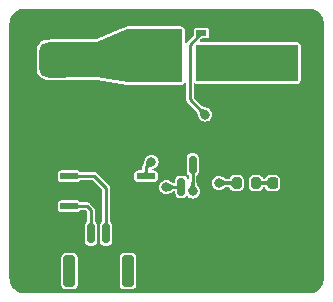
<source format=gbr>
%TF.GenerationSoftware,KiCad,Pcbnew,(6.0.1)*%
%TF.CreationDate,2023-01-05T10:23:13+08:00*%
%TF.ProjectId,Solenoid valve,536f6c65-6e6f-4696-9420-76616c76652e,rev?*%
%TF.SameCoordinates,Original*%
%TF.FileFunction,Copper,L1,Top*%
%TF.FilePolarity,Positive*%
%FSLAX46Y46*%
G04 Gerber Fmt 4.6, Leading zero omitted, Abs format (unit mm)*
G04 Created by KiCad (PCBNEW (6.0.1)) date 2023-01-05 10:23:13*
%MOMM*%
%LPD*%
G01*
G04 APERTURE LIST*
G04 Aperture macros list*
%AMRoundRect*
0 Rectangle with rounded corners*
0 $1 Rounding radius*
0 $2 $3 $4 $5 $6 $7 $8 $9 X,Y pos of 4 corners*
0 Add a 4 corners polygon primitive as box body*
4,1,4,$2,$3,$4,$5,$6,$7,$8,$9,$2,$3,0*
0 Add four circle primitives for the rounded corners*
1,1,$1+$1,$2,$3*
1,1,$1+$1,$4,$5*
1,1,$1+$1,$6,$7*
1,1,$1+$1,$8,$9*
0 Add four rect primitives between the rounded corners*
20,1,$1+$1,$2,$3,$4,$5,0*
20,1,$1+$1,$4,$5,$6,$7,0*
20,1,$1+$1,$6,$7,$8,$9,0*
20,1,$1+$1,$8,$9,$2,$3,0*%
G04 Aperture macros list end*
%TA.AperFunction,SMDPad,CuDef*%
%ADD10RoundRect,0.137500X-0.662500X-0.137500X0.662500X-0.137500X0.662500X0.137500X-0.662500X0.137500X0*%
%TD*%
%TA.AperFunction,SMDPad,CuDef*%
%ADD11RoundRect,0.150000X0.150000X-0.587500X0.150000X0.587500X-0.150000X0.587500X-0.150000X-0.587500X0*%
%TD*%
%TA.AperFunction,ComponentPad*%
%ADD12R,3.000000X3.000000*%
%TD*%
%TA.AperFunction,ComponentPad*%
%ADD13C,3.000000*%
%TD*%
%TA.AperFunction,SMDPad,CuDef*%
%ADD14R,0.850000X0.500000*%
%TD*%
%TA.AperFunction,SMDPad,CuDef*%
%ADD15R,4.550000X4.410000*%
%TD*%
%TA.AperFunction,SMDPad,CuDef*%
%ADD16RoundRect,0.200000X0.200000X0.275000X-0.200000X0.275000X-0.200000X-0.275000X0.200000X-0.275000X0*%
%TD*%
%TA.AperFunction,SMDPad,CuDef*%
%ADD17RoundRect,0.218750X0.218750X0.256250X-0.218750X0.256250X-0.218750X-0.256250X0.218750X-0.256250X0*%
%TD*%
%TA.AperFunction,ComponentPad*%
%ADD18RoundRect,0.750000X0.750000X-0.750000X0.750000X0.750000X-0.750000X0.750000X-0.750000X-0.750000X0*%
%TD*%
%TA.AperFunction,SMDPad,CuDef*%
%ADD19RoundRect,0.150000X-0.150000X-0.700000X0.150000X-0.700000X0.150000X0.700000X-0.150000X0.700000X0*%
%TD*%
%TA.AperFunction,SMDPad,CuDef*%
%ADD20RoundRect,0.250000X-0.250000X-1.100000X0.250000X-1.100000X0.250000X1.100000X-0.250000X1.100000X0*%
%TD*%
%TA.AperFunction,ViaPad*%
%ADD21C,0.800000*%
%TD*%
%TA.AperFunction,Conductor*%
%ADD22C,0.250000*%
%TD*%
G04 APERTURE END LIST*
D10*
%TO.P,U1,1*%
%TO.N,Net-(J1-Pad2)*%
X5271000Y10127000D03*
%TO.P,U1,2*%
%TO.N,Net-(J1-Pad1)*%
X5271000Y7587000D03*
%TO.P,U1,3*%
%TO.N,GND*%
X11771000Y7587000D03*
%TO.P,U1,4*%
%TO.N,Net-(R1-Pad1)*%
X11771000Y10127000D03*
%TD*%
D11*
%TO.P,Q1,1,Base*%
%TO.N,Net-(C1-Pad2)*%
X14761000Y9229500D03*
%TO.P,Q1,2,Emitter*%
%TO.N,GND*%
X16661000Y9229500D03*
%TO.P,Q1,3,Collector*%
%TO.N,Net-(Q1-Pad3)*%
X15711000Y11104500D03*
%TD*%
D12*
%TO.P,J2,1,Pin_1*%
%TO.N,Net-(J2-Pad1)*%
X23111000Y19707000D03*
D13*
%TO.P,J2,2,Pin_2*%
%TO.N,GND*%
X23111000Y14707000D03*
%TD*%
D14*
%TO.P,Q2,1,S*%
%TO.N,Net-(J2-Pad1)*%
X16451000Y18432000D03*
%TO.P,Q2,2,S*%
X16451000Y19702000D03*
%TO.P,Q2,3,S*%
X16451000Y20972000D03*
%TO.P,Q2,4,G*%
%TO.N,Net-(Q2-Pad4)*%
X16451000Y22242000D03*
D15*
%TO.P,Q2,5,D*%
%TO.N,+24V*%
X12501000Y20337000D03*
%TD*%
D16*
%TO.P,R11,1*%
%TO.N,Net-(D1-Pad2)*%
X21081000Y9547000D03*
%TO.P,R11,2*%
%TO.N,Net-(J2-Pad1)*%
X19431000Y9547000D03*
%TD*%
D17*
%TO.P,D1,1,K*%
%TO.N,GND*%
X24063500Y9547000D03*
%TO.P,D1,2,A*%
%TO.N,Net-(D1-Pad2)*%
X22488500Y9547000D03*
%TD*%
D18*
%TO.P,J3,1,Pin_1*%
%TO.N,+24V*%
X4211000Y19977000D03*
D13*
%TO.P,J3,2,Pin_2*%
%TO.N,GND*%
X4211000Y14977000D03*
%TD*%
D19*
%TO.P,J1,1,Pin_1*%
%TO.N,Net-(J1-Pad1)*%
X7126000Y5287000D03*
%TO.P,J1,2,Pin_2*%
%TO.N,Net-(J1-Pad2)*%
X8376000Y5287000D03*
D20*
%TO.P,J1,MP*%
%TO.N,N/C*%
X5276000Y2087000D03*
X10226000Y2087000D03*
%TD*%
D21*
%TO.N,Net-(J2-Pad1)*%
X20611000Y20357000D03*
X17611000Y19357000D03*
X17921000Y9547000D03*
X19111000Y20357000D03*
X20611000Y19357000D03*
X17611000Y20357000D03*
X19111000Y19357000D03*
%TO.N,+24V*%
X9611000Y19357000D03*
X12111000Y19857000D03*
X8111000Y19357000D03*
X14111000Y20857000D03*
X11111000Y19857000D03*
X11111000Y18857000D03*
X13111000Y20857000D03*
X14111000Y18857000D03*
X14111000Y21857000D03*
X13111000Y21857000D03*
X12111000Y21857000D03*
X13111000Y19857000D03*
X12111000Y18857000D03*
X8111000Y20357000D03*
X11111000Y20857000D03*
X6611000Y19357000D03*
X9611000Y20357000D03*
X13111000Y18857000D03*
X6611000Y20357000D03*
X11111000Y21857000D03*
X14111000Y19857000D03*
X12111000Y20857000D03*
%TO.N,Net-(R1-Pad1)*%
X12223366Y11339666D03*
%TO.N,GND*%
X21111000Y6357000D03*
X23611000Y4857000D03*
X22611000Y6357000D03*
X10011000Y6107000D03*
X22111000Y4857000D03*
%TO.N,Net-(C1-Pad2)*%
X13481000Y9187000D03*
%TO.N,Net-(Q1-Pad3)*%
X15711021Y8822980D03*
%TO.N,Net-(Q2-Pad4)*%
X16771000Y15337000D03*
%TD*%
D22*
%TO.N,Net-(J2-Pad1)*%
X17921000Y9547000D02*
X19431000Y9547000D01*
%TO.N,Net-(R1-Pad1)*%
X11771000Y10127000D02*
X11771000Y10887300D01*
X11771000Y10887300D02*
X12223366Y11339666D01*
%TO.N,Net-(J1-Pad1)*%
X6761000Y7587000D02*
X5271000Y7587000D01*
X7126000Y5287000D02*
X7126000Y7222000D01*
X7126000Y7222000D02*
X6761000Y7587000D01*
%TO.N,Net-(J1-Pad2)*%
X8376000Y5287000D02*
X8376000Y9152000D01*
X8376000Y9152000D02*
X7401000Y10127000D01*
X7401000Y10127000D02*
X5271000Y10127000D01*
%TO.N,Net-(C1-Pad2)*%
X13481000Y9187000D02*
X14718500Y9187000D01*
%TO.N,Net-(D1-Pad2)*%
X21081000Y9547000D02*
X22488500Y9547000D01*
%TO.N,Net-(Q1-Pad3)*%
X15711021Y11104479D02*
X15711000Y11104500D01*
X15711021Y8822980D02*
X15711021Y11104479D01*
%TO.N,Net-(Q2-Pad4)*%
X16451000Y22242000D02*
X15471000Y21262000D01*
X15471000Y16637000D02*
X16771000Y15337000D01*
X16396978Y22242000D02*
X16451000Y22242000D01*
X15471000Y21262000D02*
X15471000Y16637000D01*
%TD*%
%TA.AperFunction,Conductor*%
%TO.N,Net-(J2-Pad1)*%
G36*
X18102808Y9903119D02*
G01*
X18157828Y9874473D01*
X18165005Y9870737D01*
X18165534Y9870444D01*
X18224938Y9835504D01*
X18225214Y9835334D01*
X18277809Y9802119D01*
X18277811Y9802116D01*
X18277812Y9802117D01*
X18326640Y9771262D01*
X18374647Y9743477D01*
X18374849Y9743380D01*
X18374855Y9743377D01*
X18405233Y9728818D01*
X18424935Y9719375D01*
X18480610Y9699565D01*
X18480931Y9699491D01*
X18480929Y9699491D01*
X18544475Y9684729D01*
X18544478Y9684729D01*
X18544777Y9684659D01*
X18545086Y9684621D01*
X18545090Y9684620D01*
X18589113Y9679163D01*
X18620538Y9675267D01*
X18672290Y9673398D01*
X18675778Y9673272D01*
X18675779Y9673272D01*
X18711000Y9672000D01*
X18711000Y9422000D01*
X18620538Y9418734D01*
X18589113Y9414838D01*
X18545090Y9409381D01*
X18545086Y9409380D01*
X18544777Y9409342D01*
X18544478Y9409272D01*
X18544475Y9409272D01*
X18506442Y9400437D01*
X18480610Y9394436D01*
X18424935Y9374626D01*
X18424660Y9374494D01*
X18374855Y9350624D01*
X18374849Y9350621D01*
X18374647Y9350524D01*
X18326640Y9322739D01*
X18277812Y9291884D01*
X18225214Y9258667D01*
X18224938Y9258497D01*
X18174260Y9228689D01*
X18165534Y9223557D01*
X18165005Y9223264D01*
X18102809Y9190881D01*
X18093889Y9190100D01*
X18089298Y9192825D01*
X17729769Y9538567D01*
X17726181Y9546771D01*
X17729769Y9555433D01*
X18089297Y9901174D01*
X18097636Y9904439D01*
X18102808Y9903119D01*
G37*
%TD.AperFunction*%
%TD*%
%TA.AperFunction,Conductor*%
%TO.N,Net-(J2-Pad1)*%
G36*
X19262703Y9901174D02*
G01*
X19622231Y9555433D01*
X19625819Y9547229D01*
X19622231Y9538567D01*
X19262703Y9192826D01*
X19254365Y9189561D01*
X19249191Y9190881D01*
X19186994Y9223264D01*
X19186465Y9223557D01*
X19177739Y9228689D01*
X19127061Y9258497D01*
X19126785Y9258667D01*
X19074190Y9291882D01*
X19074188Y9291885D01*
X19074187Y9291884D01*
X19025437Y9322690D01*
X19025427Y9322696D01*
X19025359Y9322739D01*
X18977352Y9350524D01*
X18977150Y9350621D01*
X18977144Y9350624D01*
X18927339Y9374494D01*
X18927064Y9374626D01*
X18871389Y9394436D01*
X18845557Y9400437D01*
X18807524Y9409272D01*
X18807521Y9409272D01*
X18807222Y9409342D01*
X18806913Y9409380D01*
X18806909Y9409381D01*
X18762886Y9414838D01*
X18731461Y9418734D01*
X18641000Y9422000D01*
X18641000Y9672000D01*
X18676000Y9673264D01*
X18731461Y9675267D01*
X18762886Y9679163D01*
X18806909Y9684620D01*
X18806913Y9684621D01*
X18807222Y9684659D01*
X18807521Y9684729D01*
X18807524Y9684729D01*
X18871070Y9699491D01*
X18871068Y9699491D01*
X18871389Y9699565D01*
X18927064Y9719375D01*
X18946766Y9728818D01*
X18977144Y9743377D01*
X18977150Y9743380D01*
X18977352Y9743477D01*
X19025359Y9771262D01*
X19074187Y9802117D01*
X19126785Y9835334D01*
X19127061Y9835504D01*
X19186465Y9870444D01*
X19186994Y9870737D01*
X19194879Y9874842D01*
X19249191Y9903119D01*
X19258111Y9903900D01*
X19262703Y9901174D01*
G37*
%TD.AperFunction*%
%TD*%
%TA.AperFunction,Conductor*%
%TO.N,Net-(R1-Pad1)*%
G36*
X11892820Y10668573D02*
G01*
X11896244Y10660550D01*
X11897303Y10610732D01*
X11901180Y10558450D01*
X11907576Y10513347D01*
X11916440Y10473617D01*
X11927720Y10437452D01*
X11941361Y10403046D01*
X11957312Y10368592D01*
X11957358Y10368501D01*
X11975510Y10332303D01*
X11975521Y10332282D01*
X11995901Y10292374D01*
X11995960Y10292257D01*
X12014837Y10254246D01*
X12015448Y10245312D01*
X12012791Y10240932D01*
X11779433Y9998269D01*
X11771229Y9994681D01*
X11762567Y9998269D01*
X11529209Y10240932D01*
X11525944Y10249271D01*
X11527163Y10254246D01*
X11546039Y10292257D01*
X11546098Y10292374D01*
X11566478Y10332282D01*
X11566489Y10332303D01*
X11584641Y10368501D01*
X11584687Y10368592D01*
X11600638Y10403046D01*
X11614279Y10437452D01*
X11625559Y10473617D01*
X11634423Y10513347D01*
X11640819Y10558450D01*
X11644696Y10610732D01*
X11645756Y10660550D01*
X11649358Y10668747D01*
X11657453Y10672000D01*
X11884547Y10672000D01*
X11892820Y10668573D01*
G37*
%TD.AperFunction*%
%TD*%
%TA.AperFunction,Conductor*%
%TO.N,Net-(R1-Pad1)*%
G36*
X12358701Y11475955D02*
G01*
X12364107Y11468817D01*
X12364485Y11465631D01*
X12354807Y10970590D01*
X12351219Y10962386D01*
X12346169Y10959526D01*
X12291855Y10944808D01*
X12290641Y10944548D01*
X12227427Y10934447D01*
X12226769Y10934360D01*
X12163863Y10927938D01*
X12163787Y10927931D01*
X12103506Y10922176D01*
X12103504Y10922176D01*
X12103360Y10922162D01*
X12047335Y10913946D01*
X11997549Y10900169D01*
X11955762Y10877710D01*
X11923734Y10843450D01*
X11903227Y10794268D01*
X11903137Y10793435D01*
X11903137Y10793433D01*
X11897123Y10737492D01*
X11892831Y10729633D01*
X11885490Y10727043D01*
X11658384Y10727043D01*
X11650111Y10730470D01*
X11646703Y10739408D01*
X11650924Y10813591D01*
X11651101Y10815058D01*
X11664307Y10886301D01*
X11664678Y10887768D01*
X11684112Y10947881D01*
X11684580Y10949093D01*
X11708264Y11001593D01*
X11708626Y11002326D01*
X11734641Y11050671D01*
X11734709Y11050796D01*
X11760858Y11098006D01*
X11760933Y11098141D01*
X11785054Y11147435D01*
X11804919Y11201925D01*
X11818399Y11264904D01*
X11822807Y11331253D01*
X11826774Y11339280D01*
X11831524Y11341797D01*
X12349830Y11477180D01*
X12358701Y11475955D01*
G37*
%TD.AperFunction*%
%TD*%
%TA.AperFunction,Conductor*%
%TO.N,Net-(J1-Pad1)*%
G36*
X5398245Y7830837D02*
G01*
X5417749Y7821152D01*
X5436256Y7811961D01*
X5436373Y7811902D01*
X5476281Y7791522D01*
X5512591Y7773313D01*
X5512704Y7773261D01*
X5512722Y7773252D01*
X5546895Y7757431D01*
X5546908Y7757425D01*
X5547045Y7757362D01*
X5547192Y7757304D01*
X5547196Y7757302D01*
X5581233Y7743807D01*
X5581243Y7743803D01*
X5581451Y7743721D01*
X5581670Y7743653D01*
X5581672Y7743652D01*
X5617375Y7732516D01*
X5617379Y7732515D01*
X5617616Y7732441D01*
X5617859Y7732387D01*
X5617862Y7732386D01*
X5650327Y7725143D01*
X5657346Y7723577D01*
X5657573Y7723545D01*
X5657572Y7723545D01*
X5702265Y7717207D01*
X5702268Y7717207D01*
X5702449Y7717181D01*
X5702623Y7717168D01*
X5702633Y7717167D01*
X5754577Y7713315D01*
X5754731Y7713304D01*
X5804550Y7712244D01*
X5812747Y7708642D01*
X5816000Y7700547D01*
X5816000Y7473453D01*
X5812573Y7465180D01*
X5804550Y7461756D01*
X5754731Y7460697D01*
X5754577Y7460686D01*
X5702633Y7456834D01*
X5702623Y7456833D01*
X5702449Y7456820D01*
X5702268Y7456794D01*
X5702265Y7456794D01*
X5672969Y7452639D01*
X5657346Y7450424D01*
X5657121Y7450374D01*
X5657122Y7450374D01*
X5617862Y7441615D01*
X5617859Y7441614D01*
X5617616Y7441560D01*
X5617379Y7441486D01*
X5617375Y7441485D01*
X5581672Y7430349D01*
X5581451Y7430280D01*
X5581243Y7430198D01*
X5581233Y7430194D01*
X5547196Y7416699D01*
X5547045Y7416639D01*
X5546908Y7416576D01*
X5546895Y7416570D01*
X5512729Y7400752D01*
X5512591Y7400688D01*
X5476281Y7382479D01*
X5436373Y7362099D01*
X5436256Y7362040D01*
X5421389Y7354657D01*
X5398245Y7343163D01*
X5389312Y7342552D01*
X5384932Y7345209D01*
X5327175Y7400752D01*
X5142269Y7578567D01*
X5138681Y7586771D01*
X5142269Y7595433D01*
X5384933Y7828791D01*
X5393271Y7832056D01*
X5398245Y7830837D01*
G37*
%TD.AperFunction*%
%TD*%
%TA.AperFunction,Conductor*%
%TO.N,Net-(J1-Pad1)*%
G36*
X7247870Y5873573D02*
G01*
X7251293Y5865601D01*
X7252711Y5810478D01*
X7257731Y5754014D01*
X7265883Y5705554D01*
X7276994Y5663042D01*
X7290888Y5624422D01*
X7307391Y5587640D01*
X7307457Y5587510D01*
X7307458Y5587509D01*
X7326309Y5550676D01*
X7326328Y5550638D01*
X7347500Y5511408D01*
X7347525Y5511362D01*
X7370753Y5467858D01*
X7370880Y5467612D01*
X7392270Y5425167D01*
X7392933Y5416237D01*
X7390255Y5411792D01*
X7134433Y5145769D01*
X7126229Y5142181D01*
X7117567Y5145769D01*
X6861745Y5411792D01*
X6858480Y5420131D01*
X6859730Y5425167D01*
X6881119Y5467612D01*
X6881246Y5467858D01*
X6904449Y5511316D01*
X6904474Y5511362D01*
X6925671Y5550638D01*
X6925690Y5550676D01*
X6944541Y5587509D01*
X6944542Y5587510D01*
X6944608Y5587640D01*
X6961111Y5624422D01*
X6975005Y5663042D01*
X6986116Y5705554D01*
X6994268Y5754014D01*
X6999288Y5810478D01*
X7000707Y5865601D01*
X7004345Y5873783D01*
X7012403Y5877000D01*
X7239597Y5877000D01*
X7247870Y5873573D01*
G37*
%TD.AperFunction*%
%TD*%
%TA.AperFunction,Conductor*%
%TO.N,Net-(J1-Pad2)*%
G36*
X8497870Y5873573D02*
G01*
X8501293Y5865601D01*
X8502711Y5810478D01*
X8507731Y5754014D01*
X8515883Y5705554D01*
X8526994Y5663042D01*
X8540888Y5624422D01*
X8557391Y5587640D01*
X8557457Y5587510D01*
X8557458Y5587509D01*
X8576309Y5550676D01*
X8576328Y5550638D01*
X8597500Y5511408D01*
X8597525Y5511362D01*
X8620753Y5467858D01*
X8620880Y5467612D01*
X8642270Y5425167D01*
X8642933Y5416237D01*
X8640255Y5411792D01*
X8384433Y5145769D01*
X8376229Y5142181D01*
X8367567Y5145769D01*
X8111745Y5411792D01*
X8108480Y5420131D01*
X8109730Y5425167D01*
X8131119Y5467612D01*
X8131246Y5467858D01*
X8154449Y5511316D01*
X8154474Y5511362D01*
X8175671Y5550638D01*
X8175690Y5550676D01*
X8194541Y5587509D01*
X8194542Y5587510D01*
X8194608Y5587640D01*
X8211111Y5624422D01*
X8225005Y5663042D01*
X8236116Y5705554D01*
X8244268Y5754014D01*
X8249288Y5810478D01*
X8250707Y5865601D01*
X8254345Y5873783D01*
X8262403Y5877000D01*
X8489597Y5877000D01*
X8497870Y5873573D01*
G37*
%TD.AperFunction*%
%TD*%
%TA.AperFunction,Conductor*%
%TO.N,Net-(J1-Pad2)*%
G36*
X5398245Y10370837D02*
G01*
X5417749Y10361152D01*
X5436256Y10351961D01*
X5436373Y10351902D01*
X5476281Y10331522D01*
X5512591Y10313313D01*
X5512704Y10313261D01*
X5512722Y10313252D01*
X5546895Y10297431D01*
X5546908Y10297425D01*
X5547045Y10297362D01*
X5547192Y10297304D01*
X5547196Y10297302D01*
X5581233Y10283807D01*
X5581243Y10283803D01*
X5581451Y10283721D01*
X5581670Y10283653D01*
X5581672Y10283652D01*
X5617375Y10272516D01*
X5617379Y10272515D01*
X5617616Y10272441D01*
X5617859Y10272387D01*
X5617862Y10272386D01*
X5650327Y10265143D01*
X5657346Y10263577D01*
X5657573Y10263545D01*
X5657572Y10263545D01*
X5702265Y10257207D01*
X5702268Y10257207D01*
X5702449Y10257181D01*
X5702623Y10257168D01*
X5702633Y10257167D01*
X5754577Y10253315D01*
X5754731Y10253304D01*
X5804550Y10252244D01*
X5812747Y10248642D01*
X5816000Y10240547D01*
X5816000Y10013453D01*
X5812573Y10005180D01*
X5804550Y10001756D01*
X5754731Y10000697D01*
X5754577Y10000686D01*
X5702633Y9996834D01*
X5702623Y9996833D01*
X5702449Y9996820D01*
X5702268Y9996794D01*
X5702265Y9996794D01*
X5672969Y9992639D01*
X5657346Y9990424D01*
X5657121Y9990374D01*
X5657122Y9990374D01*
X5617862Y9981615D01*
X5617859Y9981614D01*
X5617616Y9981560D01*
X5617379Y9981486D01*
X5617375Y9981485D01*
X5581672Y9970349D01*
X5581451Y9970280D01*
X5581243Y9970198D01*
X5581233Y9970194D01*
X5547196Y9956699D01*
X5547045Y9956639D01*
X5546908Y9956576D01*
X5546895Y9956570D01*
X5512729Y9940752D01*
X5512591Y9940688D01*
X5476281Y9922479D01*
X5436373Y9902099D01*
X5436256Y9902040D01*
X5421389Y9894657D01*
X5398245Y9883163D01*
X5389312Y9882552D01*
X5384932Y9885209D01*
X5327175Y9940752D01*
X5142269Y10118567D01*
X5138681Y10126771D01*
X5142269Y10135433D01*
X5384933Y10368791D01*
X5393271Y10372056D01*
X5398245Y10370837D01*
G37*
%TD.AperFunction*%
%TD*%
%TA.AperFunction,Conductor*%
%TO.N,Net-(C1-Pad2)*%
G36*
X13662808Y9543119D02*
G01*
X13717828Y9514473D01*
X13725005Y9510737D01*
X13725534Y9510444D01*
X13784938Y9475504D01*
X13785214Y9475334D01*
X13837809Y9442119D01*
X13837811Y9442116D01*
X13837812Y9442117D01*
X13886640Y9411262D01*
X13934647Y9383477D01*
X13934849Y9383380D01*
X13934855Y9383377D01*
X13965233Y9368818D01*
X13984935Y9359375D01*
X14040610Y9339565D01*
X14040931Y9339491D01*
X14040929Y9339491D01*
X14104475Y9324729D01*
X14104478Y9324729D01*
X14104777Y9324659D01*
X14105086Y9324621D01*
X14105090Y9324620D01*
X14149113Y9319163D01*
X14180538Y9315267D01*
X14213508Y9314076D01*
X14222342Y9313757D01*
X14222346Y9313757D01*
X14222539Y9313750D01*
X14222541Y9313750D01*
X14271000Y9312000D01*
X14271000Y9062000D01*
X14180538Y9058734D01*
X14164244Y9056714D01*
X14105090Y9049381D01*
X14105086Y9049380D01*
X14104777Y9049342D01*
X14104478Y9049272D01*
X14104475Y9049272D01*
X14066442Y9040437D01*
X14040610Y9034436D01*
X13984935Y9014626D01*
X13984660Y9014494D01*
X13934855Y8990624D01*
X13934849Y8990621D01*
X13934647Y8990524D01*
X13886640Y8962739D01*
X13837812Y8931884D01*
X13785214Y8898667D01*
X13784938Y8898497D01*
X13734260Y8868689D01*
X13725534Y8863557D01*
X13725005Y8863264D01*
X13662809Y8830881D01*
X13653889Y8830100D01*
X13649298Y8832825D01*
X13289769Y9178567D01*
X13286181Y9186771D01*
X13289769Y9195433D01*
X13649297Y9541174D01*
X13657636Y9544439D01*
X13662808Y9543119D01*
G37*
%TD.AperFunction*%
%TD*%
%TA.AperFunction,Conductor*%
%TO.N,Net-(C1-Pad2)*%
G36*
X14600621Y9473847D02*
G01*
X14819787Y9315299D01*
X14899684Y9257500D01*
X14904378Y9249874D01*
X14902030Y9240798D01*
X14698741Y8981743D01*
X14674185Y8950451D01*
X14666382Y8946058D01*
X14661225Y8946593D01*
X14639992Y8953791D01*
X14611724Y8963374D01*
X14611541Y8963439D01*
X14570297Y8978619D01*
X14561811Y8981743D01*
X14561682Y8981792D01*
X14517172Y8998775D01*
X14517150Y8998783D01*
X14517137Y8998788D01*
X14475611Y9014205D01*
X14475581Y9014216D01*
X14475534Y9014233D01*
X14475484Y9014250D01*
X14475449Y9014262D01*
X14434696Y9027865D01*
X14434694Y9027866D01*
X14434546Y9027915D01*
X14391896Y9039601D01*
X14391706Y9039640D01*
X14391696Y9039642D01*
X14370394Y9043969D01*
X14345276Y9049072D01*
X14292376Y9056108D01*
X14272740Y9057508D01*
X14231047Y9060480D01*
X14231031Y9060481D01*
X14230887Y9060491D01*
X14230745Y9060494D01*
X14230722Y9060494D01*
X14158500Y9062000D01*
X14158500Y9312000D01*
X14222537Y9313750D01*
X14222539Y9313750D01*
X14222720Y9313755D01*
X14222723Y9313755D01*
X14222809Y9313757D01*
X14222822Y9313758D01*
X14223009Y9313763D01*
X14277903Y9319009D01*
X14310943Y9325083D01*
X14324747Y9327620D01*
X14324750Y9327621D01*
X14325040Y9327674D01*
X14352882Y9335789D01*
X14365987Y9339608D01*
X14365990Y9339609D01*
X14366278Y9339693D01*
X14366557Y9339808D01*
X14366566Y9339811D01*
X14403215Y9354896D01*
X14403218Y9354897D01*
X14403477Y9355004D01*
X14438495Y9373541D01*
X14443461Y9376647D01*
X14473102Y9395185D01*
X14473112Y9395192D01*
X14473191Y9395241D01*
X14509425Y9420041D01*
X14549055Y9447875D01*
X14587142Y9474014D01*
X14595903Y9475870D01*
X14600621Y9473847D01*
G37*
%TD.AperFunction*%
%TD*%
%TA.AperFunction,Conductor*%
%TO.N,Net-(D1-Pad2)*%
G36*
X21262808Y9903119D02*
G01*
X21317828Y9874473D01*
X21325005Y9870737D01*
X21325534Y9870444D01*
X21384938Y9835504D01*
X21385214Y9835334D01*
X21437809Y9802119D01*
X21437811Y9802116D01*
X21437812Y9802117D01*
X21486640Y9771262D01*
X21534647Y9743477D01*
X21534849Y9743380D01*
X21534855Y9743377D01*
X21565233Y9728818D01*
X21584935Y9719375D01*
X21640610Y9699565D01*
X21653563Y9696556D01*
X21704475Y9684729D01*
X21704478Y9684729D01*
X21704777Y9684659D01*
X21705086Y9684621D01*
X21705090Y9684620D01*
X21720345Y9682729D01*
X21780538Y9675267D01*
X21871000Y9672000D01*
X21871000Y9422000D01*
X21780538Y9418734D01*
X21720345Y9411272D01*
X21705090Y9409381D01*
X21705086Y9409380D01*
X21704777Y9409342D01*
X21704478Y9409272D01*
X21704475Y9409272D01*
X21673253Y9402019D01*
X21640610Y9394436D01*
X21584935Y9374626D01*
X21584660Y9374494D01*
X21534855Y9350624D01*
X21534849Y9350621D01*
X21534647Y9350524D01*
X21486640Y9322739D01*
X21437812Y9291884D01*
X21385214Y9258667D01*
X21384938Y9258497D01*
X21334260Y9228689D01*
X21325534Y9223557D01*
X21325005Y9223264D01*
X21262809Y9190881D01*
X21253889Y9190100D01*
X21249298Y9192825D01*
X20889769Y9538567D01*
X20886181Y9546771D01*
X20889769Y9555433D01*
X21010807Y9671829D01*
X21085434Y9743595D01*
X21249297Y9901174D01*
X21257636Y9904439D01*
X21262808Y9903119D01*
G37*
%TD.AperFunction*%
%TD*%
%TA.AperFunction,Conductor*%
%TO.N,Net-(D1-Pad2)*%
G36*
X22303876Y9934906D02*
G01*
X22573273Y9675840D01*
X22698481Y9555433D01*
X22702069Y9547229D01*
X22698481Y9538567D01*
X22381251Y9233502D01*
X22303876Y9159094D01*
X22295537Y9155829D01*
X22290333Y9157165D01*
X22220499Y9193784D01*
X22219908Y9194116D01*
X22154331Y9233502D01*
X22153984Y9233719D01*
X22096145Y9271492D01*
X22042738Y9306778D01*
X22042728Y9306784D01*
X22042683Y9306814D01*
X21990257Y9338809D01*
X21970597Y9348801D01*
X21935646Y9366565D01*
X21935641Y9366567D01*
X21935362Y9366709D01*
X21935067Y9366821D01*
X21935064Y9366822D01*
X21874819Y9389624D01*
X21874494Y9389747D01*
X21804148Y9407153D01*
X21720818Y9418161D01*
X21621000Y9422000D01*
X21621000Y9672000D01*
X21720818Y9675840D01*
X21804148Y9686848D01*
X21874494Y9704254D01*
X21874819Y9704377D01*
X21935064Y9727179D01*
X21935067Y9727180D01*
X21935362Y9727292D01*
X21935641Y9727434D01*
X21935646Y9727436D01*
X21990052Y9755088D01*
X21990257Y9755192D01*
X22042683Y9787187D01*
X22042728Y9787217D01*
X22042738Y9787223D01*
X22096145Y9822509D01*
X22096197Y9822543D01*
X22153984Y9860282D01*
X22154331Y9860499D01*
X22219908Y9899885D01*
X22220499Y9900217D01*
X22290333Y9936835D01*
X22299251Y9937642D01*
X22303876Y9934906D01*
G37*
%TD.AperFunction*%
%TD*%
%TA.AperFunction,Conductor*%
%TO.N,Net-(Q1-Pad3)*%
G36*
X15833009Y9609553D02*
G01*
X15836428Y9601702D01*
X15839287Y9522519D01*
X15848679Y9446758D01*
X15863585Y9382591D01*
X15883395Y9326916D01*
X15907497Y9276628D01*
X15935282Y9228621D01*
X15935325Y9228553D01*
X15935331Y9228543D01*
X15966137Y9179793D01*
X15966139Y9179790D01*
X15999341Y9127217D01*
X15999534Y9126902D01*
X16034464Y9067515D01*
X16034757Y9066986D01*
X16067140Y9004789D01*
X16067921Y8995868D01*
X16065196Y8991278D01*
X15719454Y8631749D01*
X15711250Y8628161D01*
X15702588Y8631749D01*
X15356847Y8991277D01*
X15353582Y8999616D01*
X15354902Y9004790D01*
X15387284Y9066986D01*
X15387577Y9067515D01*
X15422507Y9126902D01*
X15422700Y9127217D01*
X15455902Y9179790D01*
X15455905Y9179792D01*
X15455904Y9179793D01*
X15486710Y9228543D01*
X15486716Y9228553D01*
X15486759Y9228621D01*
X15514544Y9276628D01*
X15538646Y9326916D01*
X15558456Y9382591D01*
X15573362Y9446758D01*
X15582754Y9522519D01*
X15585614Y9601702D01*
X15589337Y9609846D01*
X15597306Y9612980D01*
X15824736Y9612980D01*
X15833009Y9609553D01*
G37*
%TD.AperFunction*%
%TD*%
%TA.AperFunction,Conductor*%
%TO.N,Net-(Q1-Pad3)*%
G36*
X15719424Y11245730D02*
G01*
X15975265Y10979726D01*
X15978529Y10971389D01*
X15977280Y10966352D01*
X15955865Y10923851D01*
X15955737Y10923606D01*
X15932562Y10880194D01*
X15932538Y10880148D01*
X15911371Y10840923D01*
X15911317Y10840820D01*
X15896222Y10811319D01*
X15892407Y10803863D01*
X15875905Y10767077D01*
X15875832Y10766873D01*
X15875830Y10766869D01*
X15871785Y10755624D01*
X15862012Y10728454D01*
X15850903Y10685938D01*
X15842751Y10637475D01*
X15837732Y10581007D01*
X15837727Y10580824D01*
X15837727Y10580819D01*
X15836314Y10525878D01*
X15832676Y10517696D01*
X15824618Y10514479D01*
X15597424Y10514479D01*
X15589151Y10517906D01*
X15585728Y10525878D01*
X15584314Y10580815D01*
X15584314Y10580820D01*
X15584309Y10581003D01*
X15579289Y10637467D01*
X15571137Y10685928D01*
X15560027Y10728441D01*
X15546132Y10767061D01*
X15546037Y10767274D01*
X15529679Y10803731D01*
X15529675Y10803740D01*
X15529628Y10803844D01*
X15510690Y10840845D01*
X15489491Y10880121D01*
X15466270Y10923606D01*
X15466269Y10923608D01*
X15466142Y10923853D01*
X15444740Y10966313D01*
X15444076Y10975243D01*
X15446754Y10979688D01*
X15702558Y11245729D01*
X15710762Y11249318D01*
X15719424Y11245730D01*
G37*
%TD.AperFunction*%
%TD*%
%TA.AperFunction,Conductor*%
%TO.N,Net-(Q2-Pad4)*%
G36*
X16535562Y22326885D02*
G01*
X16539150Y22318223D01*
X16533203Y22014031D01*
X16529615Y22005827D01*
X16525298Y22003192D01*
X16491110Y21991477D01*
X16453922Y21978708D01*
X16453904Y21978702D01*
X16453882Y21978694D01*
X16420256Y21966442D01*
X16389125Y21953671D01*
X16388985Y21953603D01*
X16388975Y21953599D01*
X16375228Y21946967D01*
X16359386Y21939325D01*
X16359198Y21939217D01*
X16359191Y21939213D01*
X16341892Y21929244D01*
X16329934Y21922353D01*
X16299665Y21901700D01*
X16267473Y21876314D01*
X16232255Y21845142D01*
X16232187Y21845076D01*
X16201177Y21815120D01*
X16192846Y21811837D01*
X16184775Y21815262D01*
X16024261Y21975776D01*
X16020834Y21984049D01*
X16024118Y21992177D01*
X16054141Y22023256D01*
X16085313Y22058474D01*
X16110699Y22090666D01*
X16131352Y22120935D01*
X16148324Y22150387D01*
X16162670Y22180126D01*
X16175441Y22211257D01*
X16187693Y22244883D01*
X16200476Y22282111D01*
X16212192Y22316298D01*
X16218116Y22323013D01*
X16223031Y22324203D01*
X16527223Y22330150D01*
X16535562Y22326885D01*
G37*
%TD.AperFunction*%
%TD*%
%TA.AperFunction,Conductor*%
%TO.N,Net-(Q2-Pad4)*%
G36*
X16309037Y15976315D02*
G01*
X16339812Y15947686D01*
X16367050Y15922347D01*
X16367236Y15922202D01*
X16367243Y15922196D01*
X16427019Y15875605D01*
X16427024Y15875602D01*
X16427262Y15875416D01*
X16427523Y15875253D01*
X16427525Y15875252D01*
X16482890Y15840761D01*
X16482897Y15840757D01*
X16483175Y15840584D01*
X16536550Y15815223D01*
X16536836Y15815122D01*
X16536844Y15815119D01*
X16588931Y15796785D01*
X16589153Y15796707D01*
X16642745Y15782408D01*
X16699085Y15769701D01*
X16699089Y15769698D01*
X16699089Y15769700D01*
X16759797Y15755988D01*
X16760156Y15755900D01*
X16826781Y15738625D01*
X16827362Y15738459D01*
X16894254Y15717373D01*
X16901114Y15711617D01*
X16902434Y15706443D01*
X16912183Y15207744D01*
X16908918Y15199405D01*
X16900256Y15195817D01*
X16401557Y15205566D01*
X16393353Y15209154D01*
X16390627Y15213746D01*
X16369541Y15280638D01*
X16369375Y15281219D01*
X16352100Y15347844D01*
X16352012Y15348203D01*
X16338300Y15408911D01*
X16338301Y15408911D01*
X16338299Y15408915D01*
X16325623Y15465117D01*
X16325592Y15465255D01*
X16311293Y15518847D01*
X16311215Y15519069D01*
X16292881Y15571156D01*
X16292878Y15571164D01*
X16292777Y15571450D01*
X16267416Y15624825D01*
X16267243Y15625103D01*
X16267239Y15625110D01*
X16232748Y15680475D01*
X16232747Y15680477D01*
X16232584Y15680738D01*
X16208516Y15711617D01*
X16185804Y15740757D01*
X16185798Y15740764D01*
X16185653Y15740950D01*
X16147085Y15782408D01*
X16131685Y15798963D01*
X16128559Y15807354D01*
X16131978Y15815205D01*
X16292795Y15976022D01*
X16301068Y15979449D01*
X16309037Y15976315D01*
G37*
%TD.AperFunction*%
%TD*%
%TA.AperFunction,Conductor*%
%TO.N,Net-(D1-Pad2)*%
G36*
X22303876Y9934906D02*
G01*
X22573273Y9675840D01*
X22698481Y9555433D01*
X22702069Y9547229D01*
X22698481Y9538567D01*
X22381251Y9233502D01*
X22303876Y9159094D01*
X22295537Y9155829D01*
X22290333Y9157165D01*
X22220499Y9193784D01*
X22219908Y9194116D01*
X22154331Y9233502D01*
X22153984Y9233719D01*
X22096145Y9271492D01*
X22042738Y9306778D01*
X22042728Y9306784D01*
X22042683Y9306814D01*
X21990257Y9338809D01*
X21970597Y9348801D01*
X21935646Y9366565D01*
X21935641Y9366567D01*
X21935362Y9366709D01*
X21935067Y9366821D01*
X21935064Y9366822D01*
X21874819Y9389624D01*
X21874494Y9389747D01*
X21804148Y9407153D01*
X21720818Y9418161D01*
X21621000Y9422000D01*
X21621000Y9672000D01*
X21720818Y9675840D01*
X21804148Y9686848D01*
X21874494Y9704254D01*
X21874819Y9704377D01*
X21935064Y9727179D01*
X21935067Y9727180D01*
X21935362Y9727292D01*
X21935641Y9727434D01*
X21935646Y9727436D01*
X21990052Y9755088D01*
X21990257Y9755192D01*
X22042683Y9787187D01*
X22042728Y9787217D01*
X22042738Y9787223D01*
X22096145Y9822509D01*
X22096197Y9822543D01*
X22153984Y9860282D01*
X22154331Y9860499D01*
X22219908Y9899885D01*
X22220499Y9900217D01*
X22290333Y9936835D01*
X22299251Y9937642D01*
X22303876Y9934906D01*
G37*
%TD.AperFunction*%
%TD*%
%TA.AperFunction,Conductor*%
%TO.N,+24V*%
G36*
X14753121Y22536998D02*
G01*
X14799614Y22483342D01*
X14811000Y22431000D01*
X14811000Y18233000D01*
X14790998Y18164879D01*
X14737342Y18118386D01*
X14685000Y18107000D01*
X10220636Y18107000D01*
X10201477Y18108465D01*
X7611000Y18507000D01*
X3737000Y18507000D01*
X3668879Y18527002D01*
X3622386Y18580658D01*
X3611000Y18633000D01*
X3611000Y21331000D01*
X3631002Y21399121D01*
X3684658Y21445614D01*
X3737000Y21457000D01*
X7611000Y21457000D01*
X10187463Y22547042D01*
X10236558Y22557000D01*
X14685000Y22557000D01*
X14753121Y22536998D01*
G37*
%TD.AperFunction*%
%TD*%
%TA.AperFunction,Conductor*%
%TO.N,Net-(J2-Pad1)*%
G36*
X24553121Y21236998D02*
G01*
X24599614Y21183342D01*
X24611000Y21131000D01*
X24611000Y18283000D01*
X24590998Y18214879D01*
X24537342Y18168386D01*
X24485000Y18157000D01*
X16137000Y18157000D01*
X16068879Y18177002D01*
X16022386Y18230658D01*
X16011000Y18283000D01*
X16011000Y21131000D01*
X16031002Y21199121D01*
X16084658Y21245614D01*
X16137000Y21257000D01*
X24485000Y21257000D01*
X24553121Y21236998D01*
G37*
%TD.AperFunction*%
%TD*%
%TA.AperFunction,Conductor*%
%TO.N,GND*%
G36*
X25512461Y24309118D02*
G01*
X25526642Y24305857D01*
X25534772Y24307697D01*
X25539196Y24307689D01*
X25554788Y24308813D01*
X25643853Y24301803D01*
X25728319Y24295155D01*
X25739781Y24293340D01*
X25835128Y24270449D01*
X25930472Y24247558D01*
X25941515Y24243970D01*
X26122704Y24168920D01*
X26133047Y24163650D01*
X26206133Y24118863D01*
X26300261Y24061181D01*
X26309650Y24054360D01*
X26458780Y23926990D01*
X26466989Y23918781D01*
X26594360Y23769650D01*
X26601181Y23760261D01*
X26703648Y23593051D01*
X26708920Y23582704D01*
X26783970Y23401515D01*
X26787558Y23390472D01*
X26833339Y23199785D01*
X26835156Y23188316D01*
X26848777Y23015250D01*
X26847735Y23001155D01*
X26847725Y22995481D01*
X26845857Y22987358D01*
X26847697Y22979227D01*
X26849175Y22972694D01*
X26851000Y22956363D01*
X26851000Y1555123D01*
X26849118Y1538539D01*
X26845857Y1524358D01*
X26847697Y1516228D01*
X26847689Y1511804D01*
X26848813Y1496212D01*
X26835156Y1322684D01*
X26833339Y1311215D01*
X26787558Y1120528D01*
X26783970Y1109485D01*
X26708920Y928296D01*
X26703648Y917949D01*
X26601181Y750739D01*
X26594360Y741350D01*
X26526216Y661564D01*
X26466990Y592220D01*
X26458781Y584011D01*
X26309650Y456640D01*
X26300261Y449819D01*
X26133047Y347350D01*
X26122704Y342080D01*
X25941515Y267030D01*
X25930472Y263442D01*
X25835129Y240552D01*
X25739781Y217660D01*
X25728319Y215845D01*
X25555250Y202223D01*
X25541155Y203265D01*
X25535481Y203275D01*
X25527358Y205143D01*
X25515111Y202372D01*
X25512694Y201825D01*
X25496363Y200000D01*
X1555123Y200000D01*
X1538539Y201882D01*
X1538230Y201953D01*
X1524358Y205143D01*
X1516228Y203303D01*
X1511804Y203311D01*
X1496212Y202187D01*
X1407147Y209197D01*
X1322681Y215845D01*
X1311219Y217660D01*
X1215871Y240552D01*
X1120528Y263442D01*
X1109485Y267030D01*
X928296Y342080D01*
X917953Y347350D01*
X750739Y449819D01*
X741350Y456640D01*
X592219Y584011D01*
X584010Y592220D01*
X524784Y661564D01*
X456640Y741350D01*
X449819Y750739D01*
X347352Y917949D01*
X342080Y928296D01*
X340063Y933166D01*
X4575500Y933166D01*
X4578481Y901631D01*
X4623366Y773816D01*
X4703850Y664850D01*
X4708299Y661564D01*
X4808178Y587792D01*
X4812816Y584366D01*
X4940631Y539481D01*
X4945114Y539057D01*
X4945115Y539057D01*
X4970438Y536663D01*
X4970445Y536663D01*
X4972166Y536500D01*
X5579834Y536500D01*
X5581555Y536663D01*
X5581562Y536663D01*
X5606885Y539057D01*
X5606886Y539057D01*
X5611369Y539481D01*
X5739184Y584366D01*
X5743823Y587792D01*
X5843701Y661564D01*
X5848150Y664850D01*
X5928634Y773816D01*
X5973519Y901631D01*
X5976500Y933166D01*
X9525500Y933166D01*
X9528481Y901631D01*
X9573366Y773816D01*
X9653850Y664850D01*
X9658299Y661564D01*
X9758178Y587792D01*
X9762816Y584366D01*
X9890631Y539481D01*
X9895114Y539057D01*
X9895115Y539057D01*
X9920438Y536663D01*
X9920445Y536663D01*
X9922166Y536500D01*
X10529834Y536500D01*
X10531555Y536663D01*
X10531562Y536663D01*
X10556885Y539057D01*
X10556886Y539057D01*
X10561369Y539481D01*
X10689184Y584366D01*
X10693823Y587792D01*
X10793701Y661564D01*
X10798150Y664850D01*
X10878634Y773816D01*
X10923519Y901631D01*
X10926500Y933166D01*
X10926500Y3240834D01*
X10923519Y3272369D01*
X10878634Y3400184D01*
X10798150Y3509150D01*
X10689184Y3589634D01*
X10561369Y3634519D01*
X10556886Y3634943D01*
X10556885Y3634943D01*
X10531562Y3637337D01*
X10531555Y3637337D01*
X10529834Y3637500D01*
X9922166Y3637500D01*
X9920445Y3637337D01*
X9920438Y3637337D01*
X9895115Y3634943D01*
X9895114Y3634943D01*
X9890631Y3634519D01*
X9762816Y3589634D01*
X9653850Y3509150D01*
X9573366Y3400184D01*
X9528481Y3272369D01*
X9525500Y3240834D01*
X9525500Y933166D01*
X5976500Y933166D01*
X5976500Y3240834D01*
X5973519Y3272369D01*
X5928634Y3400184D01*
X5848150Y3509150D01*
X5739184Y3589634D01*
X5611369Y3634519D01*
X5606886Y3634943D01*
X5606885Y3634943D01*
X5581562Y3637337D01*
X5581555Y3637337D01*
X5579834Y3637500D01*
X4972166Y3637500D01*
X4970445Y3637337D01*
X4970438Y3637337D01*
X4945115Y3634943D01*
X4945114Y3634943D01*
X4940631Y3634519D01*
X4812816Y3589634D01*
X4703850Y3509150D01*
X4623366Y3400184D01*
X4578481Y3272369D01*
X4575500Y3240834D01*
X4575500Y933166D01*
X340063Y933166D01*
X267030Y1109485D01*
X263442Y1120528D01*
X217661Y1311215D01*
X215844Y1322684D01*
X202223Y1495750D01*
X203265Y1509845D01*
X203275Y1515519D01*
X205143Y1523642D01*
X201825Y1538306D01*
X200000Y1554637D01*
X200000Y7764103D01*
X4270500Y7764103D01*
X4270501Y7409898D01*
X4270818Y7407492D01*
X4270818Y7407488D01*
X4272540Y7394411D01*
X4276981Y7360670D01*
X4327356Y7252641D01*
X4411641Y7168356D01*
X4519670Y7117981D01*
X4568897Y7111500D01*
X5270710Y7111500D01*
X5973102Y7111501D01*
X5975508Y7111818D01*
X5975512Y7111818D01*
X6016718Y7117242D01*
X6016720Y7117243D01*
X6022330Y7117981D01*
X6027457Y7120372D01*
X6027458Y7120372D01*
X6065131Y7137939D01*
X6130359Y7168356D01*
X6201829Y7239826D01*
X6247705Y7261218D01*
X6254155Y7261500D01*
X6595522Y7261500D01*
X6643088Y7244187D01*
X6647848Y7239826D01*
X6778826Y7108848D01*
X6800218Y7062972D01*
X6800500Y7056522D01*
X6800500Y6335175D01*
X6783187Y6287609D01*
X6772193Y6277429D01*
X6769145Y6275932D01*
X6764822Y6271601D01*
X6691527Y6198178D01*
X6686707Y6193350D01*
X6684020Y6187853D01*
X6638278Y6094274D01*
X6635464Y6088518D01*
X6625500Y6020218D01*
X6625500Y4553782D01*
X6625895Y4551099D01*
X6634804Y4490577D01*
X6634805Y4490574D01*
X6635642Y4484888D01*
X6687068Y4380145D01*
X6691397Y4375824D01*
X6691398Y4375822D01*
X6765321Y4302028D01*
X6769650Y4297707D01*
X6775147Y4295020D01*
X6868934Y4249176D01*
X6874482Y4246464D01*
X6942782Y4236500D01*
X7309218Y4236500D01*
X7315363Y4237405D01*
X7372423Y4245804D01*
X7372426Y4245805D01*
X7378112Y4246642D01*
X7383272Y4249175D01*
X7383274Y4249176D01*
X7429117Y4271684D01*
X7482855Y4298068D01*
X7487176Y4302397D01*
X7487178Y4302398D01*
X7560972Y4376321D01*
X7560973Y4376323D01*
X7565293Y4380650D01*
X7567980Y4386147D01*
X7614012Y4480318D01*
X7614012Y4480319D01*
X7616536Y4485482D01*
X7626500Y4553782D01*
X7626500Y6020218D01*
X7625595Y6026363D01*
X7617196Y6083423D01*
X7617195Y6083426D01*
X7616358Y6089112D01*
X7564932Y6193855D01*
X7560603Y6198176D01*
X7560602Y6198178D01*
X7487050Y6271601D01*
X7482350Y6276293D01*
X7481211Y6276850D01*
X7453858Y6316647D01*
X7451500Y6335177D01*
X7451500Y7204559D01*
X7451782Y7211009D01*
X7454700Y7244358D01*
X7454700Y7244359D01*
X7455264Y7250807D01*
X7444921Y7289404D01*
X7443524Y7295706D01*
X7437712Y7328672D01*
X7437711Y7328674D01*
X7436588Y7335045D01*
X7433353Y7340647D01*
X7431639Y7345358D01*
X7429351Y7350882D01*
X7427229Y7355432D01*
X7425554Y7361684D01*
X7402638Y7394411D01*
X7399169Y7399856D01*
X7393372Y7409898D01*
X7379194Y7434455D01*
X7374233Y7438618D01*
X7348585Y7460140D01*
X7343825Y7464501D01*
X7003494Y7804832D01*
X6999133Y7809592D01*
X6977619Y7835231D01*
X6973455Y7840194D01*
X6938851Y7860172D01*
X6933411Y7863638D01*
X6905987Y7882841D01*
X6905986Y7882842D01*
X6900684Y7886554D01*
X6894432Y7888229D01*
X6889882Y7890351D01*
X6884358Y7892639D01*
X6879647Y7894353D01*
X6874045Y7897588D01*
X6867674Y7898711D01*
X6867672Y7898712D01*
X6844271Y7902838D01*
X6834703Y7904525D01*
X6828401Y7905922D01*
X6789807Y7916264D01*
X6783359Y7915700D01*
X6783358Y7915700D01*
X6750009Y7912782D01*
X6743559Y7912500D01*
X6254155Y7912500D01*
X6206589Y7929813D01*
X6201829Y7934174D01*
X6130359Y8005644D01*
X6022330Y8056019D01*
X5973103Y8062500D01*
X5271290Y8062500D01*
X4568898Y8062499D01*
X4566492Y8062182D01*
X4566488Y8062182D01*
X4525282Y8056758D01*
X4525280Y8056757D01*
X4519670Y8056019D01*
X4514543Y8053628D01*
X4514542Y8053628D01*
X4514538Y8053626D01*
X4411641Y8005644D01*
X4327356Y7921359D01*
X4276981Y7813330D01*
X4270500Y7764103D01*
X200000Y7764103D01*
X200000Y10304103D01*
X4270500Y10304103D01*
X4270501Y9949898D01*
X4270818Y9947492D01*
X4270818Y9947488D01*
X4274843Y9916915D01*
X4276981Y9900670D01*
X4279372Y9895543D01*
X4279372Y9895542D01*
X4289034Y9874822D01*
X4327356Y9792641D01*
X4411641Y9708356D01*
X4519670Y9657981D01*
X4568897Y9651500D01*
X5270710Y9651500D01*
X5973102Y9651501D01*
X5975508Y9651818D01*
X5975512Y9651818D01*
X6016718Y9657242D01*
X6016720Y9657243D01*
X6022330Y9657981D01*
X6027457Y9660372D01*
X6027458Y9660372D01*
X6091089Y9690044D01*
X6130359Y9708356D01*
X6201829Y9779826D01*
X6247705Y9801218D01*
X6254155Y9801500D01*
X7235522Y9801500D01*
X7283088Y9784187D01*
X7287848Y9779826D01*
X8028826Y9038847D01*
X8050218Y8992970D01*
X8050500Y8986521D01*
X8050500Y6335175D01*
X8033187Y6287609D01*
X8022193Y6277429D01*
X8019145Y6275932D01*
X8014822Y6271601D01*
X7941527Y6198178D01*
X7936707Y6193350D01*
X7934020Y6187853D01*
X7888278Y6094274D01*
X7885464Y6088518D01*
X7875500Y6020218D01*
X7875500Y4553782D01*
X7875895Y4551099D01*
X7884804Y4490577D01*
X7884805Y4490574D01*
X7885642Y4484888D01*
X7937068Y4380145D01*
X7941397Y4375824D01*
X7941398Y4375822D01*
X8015321Y4302028D01*
X8019650Y4297707D01*
X8025147Y4295020D01*
X8118934Y4249176D01*
X8124482Y4246464D01*
X8192782Y4236500D01*
X8559218Y4236500D01*
X8565363Y4237405D01*
X8622423Y4245804D01*
X8622426Y4245805D01*
X8628112Y4246642D01*
X8633272Y4249175D01*
X8633274Y4249176D01*
X8679117Y4271684D01*
X8732855Y4298068D01*
X8737176Y4302397D01*
X8737178Y4302398D01*
X8810972Y4376321D01*
X8810973Y4376323D01*
X8815293Y4380650D01*
X8817980Y4386147D01*
X8864012Y4480318D01*
X8864012Y4480319D01*
X8866536Y4485482D01*
X8876500Y4553782D01*
X8876500Y6020218D01*
X8875595Y6026363D01*
X8867196Y6083423D01*
X8867195Y6083426D01*
X8866358Y6089112D01*
X8814932Y6193855D01*
X8810603Y6198176D01*
X8810602Y6198178D01*
X8737050Y6271601D01*
X8732350Y6276293D01*
X8731211Y6276850D01*
X8703858Y6316647D01*
X8701500Y6335177D01*
X8701500Y9134567D01*
X8701782Y9141016D01*
X8703064Y9155672D01*
X8705263Y9180807D01*
X8703604Y9187000D01*
X12875318Y9187000D01*
X12875951Y9182192D01*
X12895062Y9037032D01*
X12895956Y9030238D01*
X12956464Y8884159D01*
X12959414Y8880315D01*
X12959416Y8880311D01*
X13033798Y8783375D01*
X13052718Y8758718D01*
X13056569Y8755763D01*
X13174311Y8665416D01*
X13174315Y8665414D01*
X13178159Y8662464D01*
X13324238Y8601956D01*
X13329040Y8601324D01*
X13329043Y8601323D01*
X13476192Y8581951D01*
X13481000Y8581318D01*
X13485808Y8581951D01*
X13632957Y8601323D01*
X13632960Y8601324D01*
X13637762Y8601956D01*
X13783841Y8662464D01*
X13802826Y8677032D01*
X13813699Y8683959D01*
X13817368Y8685869D01*
X13817515Y8685948D01*
X13817574Y8685979D01*
X13820115Y8687345D01*
X13821909Y8688308D01*
X13822070Y8688397D01*
X13822195Y8688466D01*
X13822240Y8688492D01*
X13822438Y8688601D01*
X13826924Y8691162D01*
X13835650Y8696294D01*
X13835657Y8696298D01*
X13886335Y8726106D01*
X13889826Y8728208D01*
X13889929Y8728271D01*
X13889991Y8728309D01*
X13890102Y8728378D01*
X13890181Y8728427D01*
X13892006Y8729565D01*
X13892066Y8729603D01*
X13944604Y8762782D01*
X13944651Y8762812D01*
X13988976Y8790821D01*
X13991420Y8792300D01*
X14025620Y8812094D01*
X14030693Y8814773D01*
X14058389Y8828046D01*
X14065540Y8831022D01*
X14092998Y8840793D01*
X14101033Y8843147D01*
X14111697Y8845625D01*
X14111697Y8845624D01*
X14136020Y8851274D01*
X14143660Y8852631D01*
X14177396Y8856813D01*
X14226731Y8845483D01*
X14257241Y8805093D01*
X14260500Y8783375D01*
X14260500Y8608782D01*
X14260895Y8606099D01*
X14269804Y8545577D01*
X14269805Y8545574D01*
X14270642Y8539888D01*
X14322068Y8435145D01*
X14326397Y8430824D01*
X14326398Y8430822D01*
X14400321Y8357028D01*
X14404650Y8352707D01*
X14410147Y8350020D01*
X14503934Y8304176D01*
X14509482Y8301464D01*
X14577782Y8291500D01*
X14944218Y8291500D01*
X14950363Y8292405D01*
X15007423Y8300804D01*
X15007426Y8300805D01*
X15013112Y8301642D01*
X15018272Y8304175D01*
X15018274Y8304176D01*
X15064117Y8326684D01*
X15117855Y8353068D01*
X15122179Y8357400D01*
X15122181Y8357401D01*
X15169475Y8404777D01*
X15215332Y8426210D01*
X15264238Y8413151D01*
X15276145Y8401764D01*
X15276357Y8401976D01*
X15279784Y8398549D01*
X15282739Y8394698D01*
X15286590Y8391743D01*
X15404332Y8301396D01*
X15404336Y8301394D01*
X15408180Y8298444D01*
X15554259Y8237936D01*
X15559061Y8237304D01*
X15559064Y8237303D01*
X15706213Y8217931D01*
X15711021Y8217298D01*
X15715829Y8217931D01*
X15862978Y8237303D01*
X15862981Y8237304D01*
X15867783Y8237936D01*
X16013862Y8298444D01*
X16017706Y8301394D01*
X16017710Y8301396D01*
X16135452Y8391743D01*
X16139303Y8394698D01*
X16147037Y8404777D01*
X16232605Y8516291D01*
X16232607Y8516295D01*
X16235557Y8520139D01*
X16296065Y8666218D01*
X16298008Y8680970D01*
X16316070Y8818172D01*
X16316703Y8822980D01*
X16308059Y8888638D01*
X16296698Y8974937D01*
X16296697Y8974940D01*
X16296065Y8979742D01*
X16235557Y9125821D01*
X16232604Y9129669D01*
X16232602Y9129673D01*
X16220994Y9144801D01*
X16214067Y9155672D01*
X16212224Y9159212D01*
X16212210Y9159238D01*
X16212153Y9159348D01*
X16212104Y9159440D01*
X16212074Y9159496D01*
X16209821Y9163689D01*
X16209820Y9163691D01*
X16209713Y9163890D01*
X16209420Y9164419D01*
X16206855Y9168911D01*
X16204137Y9173533D01*
X16184331Y9207206D01*
X16171925Y9228298D01*
X16170070Y9231389D01*
X16169877Y9231704D01*
X16168442Y9234011D01*
X16160541Y9246522D01*
X16135376Y9286369D01*
X16135347Y9286414D01*
X16135240Y9286584D01*
X16135208Y9286633D01*
X16135209Y9286633D01*
X16107200Y9330956D01*
X16105723Y9333398D01*
X16085929Y9367597D01*
X16083243Y9372684D01*
X16076977Y9385760D01*
X16069977Y9400364D01*
X16066993Y9407535D01*
X16057237Y9434954D01*
X16054874Y9443018D01*
X16046747Y9478005D01*
X16045390Y9485643D01*
X16041468Y9517278D01*
X16039238Y9535267D01*
X16038725Y9541689D01*
X16038534Y9547000D01*
X17315318Y9547000D01*
X17315951Y9542192D01*
X17334162Y9403868D01*
X17335956Y9390238D01*
X17396464Y9244159D01*
X17399414Y9240315D01*
X17399416Y9240311D01*
X17468765Y9149934D01*
X17492718Y9118718D01*
X17496569Y9115763D01*
X17614311Y9025416D01*
X17614315Y9025414D01*
X17618159Y9022464D01*
X17764238Y8961956D01*
X17769040Y8961324D01*
X17769043Y8961323D01*
X17916192Y8941951D01*
X17921000Y8941318D01*
X17925808Y8941951D01*
X18072957Y8961323D01*
X18072960Y8961324D01*
X18077762Y8961956D01*
X18223841Y9022464D01*
X18242826Y9037032D01*
X18253699Y9043959D01*
X18257368Y9045869D01*
X18257515Y9045948D01*
X18257574Y9045979D01*
X18260115Y9047345D01*
X18261909Y9048308D01*
X18262070Y9048397D01*
X18262195Y9048466D01*
X18262240Y9048492D01*
X18262438Y9048601D01*
X18266924Y9051162D01*
X18275650Y9056294D01*
X18275657Y9056298D01*
X18326335Y9086106D01*
X18329826Y9088208D01*
X18329929Y9088271D01*
X18329991Y9088309D01*
X18330102Y9088378D01*
X18330181Y9088427D01*
X18332006Y9089565D01*
X18332066Y9089603D01*
X18384604Y9122782D01*
X18384651Y9122812D01*
X18428976Y9150821D01*
X18431420Y9152300D01*
X18465620Y9172094D01*
X18470693Y9174773D01*
X18498389Y9188046D01*
X18505540Y9191022D01*
X18532998Y9200793D01*
X18541033Y9203147D01*
X18551694Y9205624D01*
X18551697Y9205625D01*
X18551697Y9205624D01*
X18551701Y9205625D01*
X18551702Y9205625D01*
X18563170Y9208289D01*
X18576027Y9211275D01*
X18583655Y9212630D01*
X18613716Y9216357D01*
X18613718Y9216357D01*
X18633265Y9218781D01*
X18639693Y9219295D01*
X18673341Y9220510D01*
X18678659Y9220510D01*
X18712306Y9219295D01*
X18718734Y9218781D01*
X18738281Y9216357D01*
X18738283Y9216357D01*
X18768344Y9212630D01*
X18775982Y9211273D01*
X18788839Y9208286D01*
X18831254Y9180659D01*
X18841075Y9157480D01*
X18842643Y9157989D01*
X18844443Y9152451D01*
X18845354Y9146696D01*
X18858274Y9121340D01*
X18900304Y9038850D01*
X18900306Y9038848D01*
X18902950Y9033658D01*
X18992658Y8943950D01*
X18997848Y8941306D01*
X18997850Y8941304D01*
X19100502Y8889000D01*
X19100505Y8888999D01*
X19105696Y8886354D01*
X19111448Y8885443D01*
X19111451Y8885442D01*
X19196602Y8871956D01*
X19199481Y8871500D01*
X19431000Y8871500D01*
X19662518Y8871501D01*
X19665390Y8871956D01*
X19665392Y8871956D01*
X19697090Y8876976D01*
X19756304Y8886354D01*
X19812823Y8915152D01*
X19864150Y8941304D01*
X19864152Y8941306D01*
X19869342Y8943950D01*
X19959050Y9033658D01*
X19961694Y9038848D01*
X19961696Y9038850D01*
X20014000Y9141502D01*
X20014001Y9141505D01*
X20016646Y9146696D01*
X20017557Y9152448D01*
X20017558Y9152451D01*
X20031045Y9237608D01*
X20031500Y9240481D01*
X20031499Y9853518D01*
X20031499Y9853519D01*
X20480500Y9853519D01*
X20480501Y9240482D01*
X20480956Y9237610D01*
X20480956Y9237608D01*
X20484322Y9216357D01*
X20495354Y9146696D01*
X20508274Y9121340D01*
X20550304Y9038850D01*
X20550306Y9038848D01*
X20552950Y9033658D01*
X20642658Y8943950D01*
X20647848Y8941306D01*
X20647850Y8941304D01*
X20750502Y8889000D01*
X20750505Y8888999D01*
X20755696Y8886354D01*
X20761448Y8885443D01*
X20761451Y8885442D01*
X20846602Y8871956D01*
X20849481Y8871500D01*
X21081000Y8871500D01*
X21312518Y8871501D01*
X21315390Y8871956D01*
X21315392Y8871956D01*
X21347090Y8876976D01*
X21406304Y8886354D01*
X21462823Y8915152D01*
X21514150Y8941304D01*
X21514152Y8941306D01*
X21519342Y8943950D01*
X21609050Y9033658D01*
X21611694Y9038848D01*
X21611696Y9038850D01*
X21664000Y9141502D01*
X21664001Y9141505D01*
X21666646Y9146696D01*
X21667557Y9152451D01*
X21669357Y9157989D01*
X21672001Y9157130D01*
X21691350Y9192048D01*
X21723164Y9208287D01*
X21731543Y9210234D01*
X21757962Y9211516D01*
X21762820Y9210875D01*
X21770910Y9209346D01*
X21810585Y9199529D01*
X21818997Y9196906D01*
X21826976Y9193887D01*
X21866715Y9158273D01*
X21923696Y9046441D01*
X21923698Y9046439D01*
X21926342Y9041249D01*
X22020249Y8947342D01*
X22025439Y8944698D01*
X22025441Y8944696D01*
X22129597Y8891626D01*
X22138580Y8887049D01*
X22144332Y8886138D01*
X22144335Y8886137D01*
X22233875Y8871956D01*
X22236754Y8871500D01*
X22740246Y8871500D01*
X22743125Y8871956D01*
X22832665Y8886137D01*
X22832668Y8886138D01*
X22838420Y8887049D01*
X22847403Y8891626D01*
X22951559Y8944696D01*
X22951561Y8944698D01*
X22956751Y8947342D01*
X23050658Y9041249D01*
X23053302Y9046439D01*
X23053304Y9046441D01*
X23108305Y9154387D01*
X23110951Y9159580D01*
X23111862Y9165332D01*
X23111863Y9165335D01*
X23126045Y9254881D01*
X23126500Y9257754D01*
X23126500Y9836246D01*
X23123867Y9852870D01*
X23111863Y9928665D01*
X23111862Y9928668D01*
X23110951Y9934420D01*
X23104386Y9947304D01*
X23053304Y10047559D01*
X23053302Y10047561D01*
X23050658Y10052751D01*
X22956751Y10146658D01*
X22951561Y10149302D01*
X22951559Y10149304D01*
X22843613Y10204305D01*
X22838420Y10206951D01*
X22832668Y10207862D01*
X22832665Y10207863D01*
X22743119Y10222045D01*
X22740246Y10222500D01*
X22236754Y10222500D01*
X22233881Y10222045D01*
X22144335Y10207863D01*
X22144332Y10207862D01*
X22138580Y10206951D01*
X22133387Y10204305D01*
X22025441Y10149304D01*
X22025439Y10149302D01*
X22020249Y10146658D01*
X21926342Y10052751D01*
X21923698Y10047561D01*
X21923696Y10047559D01*
X21866716Y9935729D01*
X21826981Y9900117D01*
X21819006Y9897098D01*
X21810585Y9894472D01*
X21770910Y9884655D01*
X21762833Y9883128D01*
X21757968Y9882485D01*
X21731540Y9883768D01*
X21723162Y9885714D01*
X21680747Y9913341D01*
X21670923Y9936520D01*
X21669357Y9936011D01*
X21667557Y9941550D01*
X21666646Y9947304D01*
X21630699Y10017853D01*
X21611696Y10055150D01*
X21611694Y10055152D01*
X21609050Y10060342D01*
X21519342Y10150050D01*
X21514152Y10152694D01*
X21514150Y10152696D01*
X21411498Y10205000D01*
X21411495Y10205001D01*
X21406304Y10207646D01*
X21400552Y10208557D01*
X21400549Y10208558D01*
X21315392Y10222045D01*
X21312519Y10222500D01*
X21309610Y10222500D01*
X21081001Y10222499D01*
X20849482Y10222499D01*
X20846610Y10222044D01*
X20846608Y10222044D01*
X20814910Y10217024D01*
X20755696Y10207646D01*
X20699177Y10178848D01*
X20647850Y10152696D01*
X20647848Y10152694D01*
X20642658Y10150050D01*
X20552950Y10060342D01*
X20550306Y10055152D01*
X20550304Y10055150D01*
X20507524Y9971189D01*
X20495354Y9947304D01*
X20494443Y9941552D01*
X20494442Y9941549D01*
X20483663Y9873491D01*
X20480500Y9853519D01*
X20031499Y9853519D01*
X20016646Y9947304D01*
X19980699Y10017853D01*
X19961696Y10055150D01*
X19961694Y10055152D01*
X19959050Y10060342D01*
X19869342Y10150050D01*
X19864152Y10152694D01*
X19864150Y10152696D01*
X19761498Y10205000D01*
X19761495Y10205001D01*
X19756304Y10207646D01*
X19750552Y10208557D01*
X19750549Y10208558D01*
X19665392Y10222045D01*
X19662519Y10222500D01*
X19659610Y10222500D01*
X19431001Y10222499D01*
X19199482Y10222499D01*
X19196610Y10222044D01*
X19196608Y10222044D01*
X19164910Y10217024D01*
X19105696Y10207646D01*
X19049177Y10178848D01*
X18997850Y10152696D01*
X18997848Y10152694D01*
X18992658Y10150050D01*
X18902950Y10060342D01*
X18900306Y10055152D01*
X18900304Y10055150D01*
X18857524Y9971189D01*
X18845354Y9947304D01*
X18844443Y9941550D01*
X18842643Y9936011D01*
X18840001Y9936869D01*
X18820634Y9901940D01*
X18788843Y9885716D01*
X18775966Y9882724D01*
X18768339Y9881370D01*
X18751356Y9879264D01*
X18738282Y9877644D01*
X18738281Y9877644D01*
X18718734Y9875220D01*
X18712306Y9874706D01*
X18678659Y9873491D01*
X18673341Y9873491D01*
X18639693Y9874706D01*
X18633265Y9875220D01*
X18613718Y9877644D01*
X18613717Y9877644D01*
X18600643Y9879264D01*
X18583660Y9881370D01*
X18576024Y9882726D01*
X18541037Y9890854D01*
X18532986Y9893213D01*
X18505545Y9902976D01*
X18498372Y9905962D01*
X18491675Y9909172D01*
X18491671Y9909175D01*
X18491665Y9909178D01*
X18491654Y9909184D01*
X18470694Y9919229D01*
X18465608Y9921914D01*
X18462554Y9923682D01*
X18431415Y9941704D01*
X18428982Y9943176D01*
X18384651Y9971189D01*
X18384650Y9971189D01*
X18384923Y9971621D01*
X18384873Y9971652D01*
X18384601Y9971221D01*
X18332006Y10004436D01*
X18330102Y10005623D01*
X18329996Y10005688D01*
X18329826Y10005793D01*
X18326334Y10007895D01*
X18326271Y10007932D01*
X18326241Y10007950D01*
X18267167Y10042696D01*
X18267132Y10042716D01*
X18266930Y10042835D01*
X18262438Y10045400D01*
X18262298Y10045478D01*
X18262260Y10045499D01*
X18262088Y10045594D01*
X18262072Y10045603D01*
X18261909Y10045693D01*
X18258435Y10047559D01*
X18257607Y10048004D01*
X18257556Y10048031D01*
X18257353Y10048140D01*
X18257121Y10048261D01*
X18253696Y10050044D01*
X18242825Y10056970D01*
X18237373Y10061153D01*
X18223841Y10071536D01*
X18077762Y10132044D01*
X18072960Y10132676D01*
X18072957Y10132677D01*
X17925808Y10152049D01*
X17921000Y10152682D01*
X17916192Y10152049D01*
X17769043Y10132677D01*
X17769040Y10132676D01*
X17764238Y10132044D01*
X17618159Y10071536D01*
X17614315Y10068586D01*
X17614311Y10068584D01*
X17532481Y10005793D01*
X17492718Y9975282D01*
X17489763Y9971431D01*
X17399416Y9853689D01*
X17399414Y9853685D01*
X17396464Y9849841D01*
X17335956Y9703762D01*
X17335324Y9698960D01*
X17335323Y9698957D01*
X17322833Y9604084D01*
X17315318Y9547000D01*
X16038534Y9547000D01*
X16036569Y9601414D01*
X16036521Y9604084D01*
X16036521Y10168839D01*
X16053834Y10216405D01*
X16064818Y10226577D01*
X16067855Y10228068D01*
X16141334Y10301675D01*
X16145972Y10306321D01*
X16145973Y10306323D01*
X16150293Y10310650D01*
X16169326Y10349587D01*
X16199012Y10410318D01*
X16199012Y10410319D01*
X16201536Y10415482D01*
X16211500Y10483782D01*
X16211500Y11725218D01*
X16204775Y11770903D01*
X16202196Y11788423D01*
X16202195Y11788426D01*
X16201358Y11794112D01*
X16149932Y11898855D01*
X16145603Y11903176D01*
X16145602Y11903178D01*
X16071679Y11976972D01*
X16071677Y11976973D01*
X16067350Y11981293D01*
X16061853Y11983980D01*
X15967682Y12030012D01*
X15967681Y12030012D01*
X15962518Y12032536D01*
X15894218Y12042500D01*
X15527782Y12042500D01*
X15525099Y12042105D01*
X15464577Y12033196D01*
X15464574Y12033195D01*
X15458888Y12032358D01*
X15453728Y12029825D01*
X15453726Y12029824D01*
X15407883Y12007316D01*
X15354145Y11980932D01*
X15349824Y11976603D01*
X15349822Y11976602D01*
X15276028Y11902679D01*
X15271707Y11898350D01*
X15269020Y11892853D01*
X15223278Y11799274D01*
X15220464Y11793518D01*
X15210500Y11725218D01*
X15210500Y10483782D01*
X15210895Y10481099D01*
X15219804Y10420577D01*
X15219805Y10420574D01*
X15220642Y10414888D01*
X15223175Y10409728D01*
X15223176Y10409726D01*
X15245684Y10363883D01*
X15272068Y10310145D01*
X15276397Y10305824D01*
X15276398Y10305822D01*
X15350319Y10232030D01*
X15354650Y10227707D01*
X15355806Y10227142D01*
X15383163Y10187338D01*
X15385521Y10168808D01*
X15385521Y9964481D01*
X15368208Y9916915D01*
X15324371Y9891605D01*
X15274521Y9900395D01*
X15245095Y9931868D01*
X15242640Y9936869D01*
X15199932Y10023855D01*
X15195603Y10028176D01*
X15195602Y10028178D01*
X15121679Y10101972D01*
X15121677Y10101973D01*
X15117350Y10106293D01*
X15043199Y10142539D01*
X15017682Y10155012D01*
X15017681Y10155012D01*
X15012518Y10157536D01*
X14944218Y10167500D01*
X14577782Y10167500D01*
X14575099Y10167105D01*
X14514577Y10158196D01*
X14514574Y10158195D01*
X14508888Y10157358D01*
X14503728Y10154825D01*
X14503726Y10154824D01*
X14478705Y10142539D01*
X14404145Y10105932D01*
X14399824Y10101603D01*
X14399822Y10101602D01*
X14326028Y10027679D01*
X14321707Y10023350D01*
X14319020Y10017853D01*
X14276990Y9931868D01*
X14270464Y9918518D01*
X14260500Y9850218D01*
X14260500Y9590625D01*
X14243187Y9543059D01*
X14199350Y9517749D01*
X14177389Y9517188D01*
X14175140Y9517467D01*
X14173719Y9517643D01*
X14173716Y9517644D01*
X14143660Y9521370D01*
X14136024Y9522726D01*
X14101037Y9530854D01*
X14092986Y9533213D01*
X14065545Y9542976D01*
X14058372Y9545962D01*
X14051675Y9549172D01*
X14051671Y9549175D01*
X14051665Y9549178D01*
X14051654Y9549184D01*
X14030694Y9559229D01*
X14025608Y9561914D01*
X13991418Y9581702D01*
X13988982Y9583176D01*
X13944651Y9611189D01*
X13944650Y9611189D01*
X13944923Y9611621D01*
X13944873Y9611652D01*
X13944601Y9611221D01*
X13892006Y9644436D01*
X13890102Y9645623D01*
X13889996Y9645688D01*
X13889826Y9645793D01*
X13886334Y9647895D01*
X13886271Y9647932D01*
X13886241Y9647950D01*
X13827167Y9682696D01*
X13827132Y9682716D01*
X13826930Y9682835D01*
X13822438Y9685400D01*
X13822298Y9685478D01*
X13822260Y9685499D01*
X13822088Y9685594D01*
X13822072Y9685603D01*
X13821909Y9685693D01*
X13821300Y9686020D01*
X13817607Y9688004D01*
X13817556Y9688031D01*
X13817353Y9688140D01*
X13817121Y9688261D01*
X13813696Y9690044D01*
X13802825Y9696970D01*
X13791550Y9705621D01*
X13783841Y9711536D01*
X13637762Y9772044D01*
X13632960Y9772676D01*
X13632957Y9772677D01*
X13485808Y9792049D01*
X13481000Y9792682D01*
X13476192Y9792049D01*
X13329043Y9772677D01*
X13329040Y9772676D01*
X13324238Y9772044D01*
X13178159Y9711536D01*
X13174315Y9708586D01*
X13174311Y9708584D01*
X13092481Y9645793D01*
X13052718Y9615282D01*
X13049763Y9611431D01*
X12959416Y9493689D01*
X12959414Y9493685D01*
X12956464Y9489841D01*
X12895956Y9343762D01*
X12895324Y9338960D01*
X12895323Y9338957D01*
X12881162Y9231389D01*
X12875318Y9187000D01*
X8703604Y9187000D01*
X8700531Y9198469D01*
X8694924Y9219396D01*
X8693527Y9225696D01*
X8687712Y9258672D01*
X8687712Y9258673D01*
X8686588Y9265045D01*
X8683352Y9270650D01*
X8681646Y9275338D01*
X8679336Y9280913D01*
X8677230Y9285430D01*
X8675554Y9291684D01*
X8652638Y9324412D01*
X8649170Y9329856D01*
X8632432Y9358847D01*
X8632431Y9358848D01*
X8629194Y9364455D01*
X8624236Y9368615D01*
X8624232Y9368620D01*
X8598591Y9390135D01*
X8593831Y9394496D01*
X7684224Y10304103D01*
X10770500Y10304103D01*
X10770501Y9949898D01*
X10770818Y9947492D01*
X10770818Y9947488D01*
X10774843Y9916915D01*
X10776981Y9900670D01*
X10779372Y9895543D01*
X10779372Y9895542D01*
X10789034Y9874822D01*
X10827356Y9792641D01*
X10911641Y9708356D01*
X11019670Y9657981D01*
X11068897Y9651500D01*
X11770710Y9651500D01*
X12473102Y9651501D01*
X12475508Y9651818D01*
X12475512Y9651818D01*
X12516718Y9657242D01*
X12516720Y9657243D01*
X12522330Y9657981D01*
X12527457Y9660372D01*
X12527458Y9660372D01*
X12591089Y9690044D01*
X12630359Y9708356D01*
X12714644Y9792641D01*
X12765019Y9900670D01*
X12771500Y9949897D01*
X12771499Y10304102D01*
X12769981Y10315637D01*
X12765758Y10347718D01*
X12765757Y10347720D01*
X12765019Y10353330D01*
X12762627Y10358461D01*
X12745061Y10396131D01*
X12714644Y10461359D01*
X12630359Y10545644D01*
X12522330Y10596019D01*
X12473103Y10602500D01*
X12353668Y10602500D01*
X12306102Y10619813D01*
X12280792Y10663650D01*
X12289582Y10713500D01*
X12328359Y10746037D01*
X12344009Y10749867D01*
X12375323Y10753989D01*
X12375326Y10753990D01*
X12380128Y10754622D01*
X12526207Y10815130D01*
X12530051Y10818080D01*
X12530055Y10818082D01*
X12647797Y10908429D01*
X12651648Y10911384D01*
X12684886Y10954701D01*
X12744950Y11032977D01*
X12744952Y11032981D01*
X12747902Y11036825D01*
X12808410Y11182904D01*
X12809206Y11188946D01*
X12828415Y11334858D01*
X12829048Y11339666D01*
X12808410Y11496428D01*
X12747902Y11642507D01*
X12744952Y11646351D01*
X12744950Y11646355D01*
X12654603Y11764097D01*
X12651648Y11767948D01*
X12625733Y11787833D01*
X12530055Y11861250D01*
X12530051Y11861252D01*
X12526207Y11864202D01*
X12380128Y11924710D01*
X12375326Y11925342D01*
X12375323Y11925343D01*
X12228174Y11944715D01*
X12223366Y11945348D01*
X12218558Y11944715D01*
X12071409Y11925343D01*
X12071406Y11925342D01*
X12066604Y11924710D01*
X11920525Y11864202D01*
X11916681Y11861252D01*
X11916677Y11861250D01*
X11820999Y11787833D01*
X11795084Y11767948D01*
X11792129Y11764097D01*
X11701782Y11646355D01*
X11701780Y11646351D01*
X11698830Y11642507D01*
X11638322Y11496428D01*
X11617684Y11339666D01*
X11618317Y11334858D01*
X11618317Y11334857D01*
X11620212Y11320462D01*
X11620682Y11305898D01*
X11620154Y11297952D01*
X11618678Y11287371D01*
X11613335Y11262407D01*
X11610498Y11252548D01*
X11602105Y11229526D01*
X11599057Y11222362D01*
X11584335Y11192275D01*
X11582599Y11188946D01*
X11559754Y11147701D01*
X11559680Y11147567D01*
X11559629Y11147474D01*
X11559023Y11146369D01*
X11558973Y11146277D01*
X11558955Y11146244D01*
X11558521Y11145443D01*
X11558520Y11145441D01*
X11553939Y11136929D01*
X11536345Y11115312D01*
X11522765Y11103917D01*
X11522763Y11103914D01*
X11517806Y11099755D01*
X11514570Y11094150D01*
X11497831Y11065156D01*
X11494362Y11059711D01*
X11471446Y11026984D01*
X11469771Y11020732D01*
X11467649Y11016182D01*
X11465361Y11010658D01*
X11463647Y11005947D01*
X11460412Y11000345D01*
X11459289Y10993974D01*
X11459288Y10993972D01*
X11453476Y10961006D01*
X11452079Y10954704D01*
X11441736Y10916107D01*
X11442300Y10909659D01*
X11442300Y10909658D01*
X11445218Y10876309D01*
X11445500Y10869859D01*
X11445500Y10676499D01*
X11428187Y10628933D01*
X11384350Y10603623D01*
X11371500Y10602499D01*
X11068898Y10602499D01*
X11066492Y10602182D01*
X11066488Y10602182D01*
X11025282Y10596758D01*
X11025280Y10596757D01*
X11019670Y10596019D01*
X11014543Y10593628D01*
X11014542Y10593628D01*
X11014538Y10593626D01*
X10911641Y10545644D01*
X10827356Y10461359D01*
X10776981Y10353330D01*
X10770500Y10304103D01*
X7684224Y10304103D01*
X7643499Y10344828D01*
X7639138Y10349587D01*
X7617616Y10375235D01*
X7613455Y10380194D01*
X7578851Y10400172D01*
X7573411Y10403638D01*
X7545987Y10422841D01*
X7545986Y10422842D01*
X7540684Y10426554D01*
X7534432Y10428229D01*
X7529882Y10430351D01*
X7524358Y10432639D01*
X7519647Y10434353D01*
X7514045Y10437588D01*
X7507674Y10438711D01*
X7507672Y10438712D01*
X7484271Y10442838D01*
X7474703Y10444525D01*
X7468401Y10445922D01*
X7429807Y10456264D01*
X7423359Y10455700D01*
X7423358Y10455700D01*
X7390009Y10452782D01*
X7383559Y10452500D01*
X6254155Y10452500D01*
X6206589Y10469813D01*
X6201829Y10474174D01*
X6130359Y10545644D01*
X6022330Y10596019D01*
X5973103Y10602500D01*
X5271290Y10602500D01*
X4568898Y10602499D01*
X4566492Y10602182D01*
X4566488Y10602182D01*
X4525282Y10596758D01*
X4525280Y10596757D01*
X4519670Y10596019D01*
X4514543Y10593628D01*
X4514542Y10593628D01*
X4514538Y10593626D01*
X4411641Y10545644D01*
X4327356Y10461359D01*
X4276981Y10353330D01*
X4270500Y10304103D01*
X200000Y10304103D01*
X200000Y19172076D01*
X2510500Y19172076D01*
X2520698Y19057813D01*
X2573923Y18872194D01*
X2663385Y18701070D01*
X2665755Y18698164D01*
X2665757Y18698161D01*
X2768843Y18571766D01*
X2785429Y18551429D01*
X2788335Y18549059D01*
X2932161Y18431757D01*
X2932164Y18431755D01*
X2935070Y18429385D01*
X3106194Y18339923D01*
X3291813Y18286698D01*
X3295321Y18286385D01*
X3295326Y18286384D01*
X3404428Y18276647D01*
X3404430Y18276647D01*
X3406076Y18276500D01*
X3609806Y18276500D01*
X3630654Y18273503D01*
X3665440Y18263289D01*
X3737000Y18253000D01*
X7585916Y18253000D01*
X7597168Y18252140D01*
X10162184Y17857522D01*
X10162188Y17857521D01*
X10162854Y17857419D01*
X10163525Y17857342D01*
X10163546Y17857339D01*
X10181386Y17855287D01*
X10181406Y17855285D01*
X10182111Y17855204D01*
X10196626Y17854094D01*
X10200563Y17853793D01*
X10200566Y17853793D01*
X10201270Y17853739D01*
X10201975Y17853712D01*
X10201994Y17853711D01*
X10219948Y17853026D01*
X10219961Y17853026D01*
X10220636Y17853000D01*
X14685000Y17853000D01*
X14686971Y17853212D01*
X14686973Y17853212D01*
X14737022Y17858592D01*
X14737030Y17858593D01*
X14738990Y17858804D01*
X14762298Y17863874D01*
X14790373Y17869981D01*
X14790387Y17869984D01*
X14791332Y17870190D01*
X14817555Y17877384D01*
X14903676Y17926425D01*
X14921460Y17941835D01*
X14956098Y17971848D01*
X14956107Y17971857D01*
X14957332Y17972918D01*
X14961054Y17976775D01*
X14985099Y18001694D01*
X14985100Y18001696D01*
X14988773Y18005502D01*
X15005929Y18038300D01*
X15043317Y18072424D01*
X15093892Y18074532D01*
X15133989Y18043638D01*
X15145500Y18004001D01*
X15145500Y16654441D01*
X15145218Y16647991D01*
X15141736Y16608193D01*
X15143412Y16601940D01*
X15152078Y16569599D01*
X15153475Y16563297D01*
X15160412Y16523955D01*
X15163647Y16518353D01*
X15165361Y16513642D01*
X15167649Y16508118D01*
X15169771Y16503568D01*
X15171446Y16497316D01*
X15175158Y16492014D01*
X15175159Y16492013D01*
X15194362Y16464589D01*
X15197828Y16459149D01*
X15217806Y16424545D01*
X15222766Y16420383D01*
X15222767Y16420382D01*
X15248415Y16398860D01*
X15253175Y16394499D01*
X15988512Y15659162D01*
X15990368Y15657238D01*
X16000648Y15646187D01*
X16000651Y15646183D01*
X16031077Y15613477D01*
X16035263Y15608565D01*
X16050770Y15588669D01*
X16050772Y15588667D01*
X16065993Y15569139D01*
X16070437Y15562776D01*
X16089427Y15532294D01*
X16093452Y15524932D01*
X16105956Y15498616D01*
X16108909Y15491451D01*
X16109787Y15488957D01*
X16119099Y15462501D01*
X16120796Y15457007D01*
X16130976Y15418850D01*
X16131664Y15416057D01*
X16143200Y15364912D01*
X16142974Y15364861D01*
X16142987Y15364796D01*
X16143214Y15364847D01*
X16156926Y15304139D01*
X16157763Y15300588D01*
X16157851Y15300229D01*
X16158502Y15297647D01*
X16175777Y15231022D01*
X16177070Y15226275D01*
X16177236Y15225694D01*
X16178794Y15220510D01*
X16180043Y15216546D01*
X16182832Y15203964D01*
X16185956Y15180238D01*
X16246464Y15034159D01*
X16249414Y15030315D01*
X16249416Y15030311D01*
X16339763Y14912569D01*
X16342718Y14908718D01*
X16346569Y14905763D01*
X16464311Y14815416D01*
X16464315Y14815414D01*
X16468159Y14812464D01*
X16614238Y14751956D01*
X16619040Y14751324D01*
X16619043Y14751323D01*
X16766192Y14731951D01*
X16771000Y14731318D01*
X16775808Y14731951D01*
X16922957Y14751323D01*
X16922960Y14751324D01*
X16927762Y14751956D01*
X17073841Y14812464D01*
X17077685Y14815414D01*
X17077689Y14815416D01*
X17195431Y14905763D01*
X17199282Y14908718D01*
X17202237Y14912569D01*
X17292584Y15030311D01*
X17292586Y15030315D01*
X17295536Y15034159D01*
X17356044Y15180238D01*
X17359168Y15203961D01*
X17376049Y15332192D01*
X17376682Y15337000D01*
X17373014Y15364861D01*
X17356677Y15488957D01*
X17356676Y15488960D01*
X17356044Y15493762D01*
X17295536Y15639841D01*
X17292586Y15643685D01*
X17292584Y15643689D01*
X17202237Y15761431D01*
X17199282Y15765282D01*
X17195431Y15768237D01*
X17077689Y15858584D01*
X17077685Y15858586D01*
X17073841Y15861536D01*
X16927762Y15922044D01*
X16922958Y15922676D01*
X16922956Y15922677D01*
X16914062Y15923848D01*
X16904036Y15925168D01*
X16891454Y15927957D01*
X16887490Y15929206D01*
X16882306Y15930764D01*
X16882063Y15930834D01*
X16882044Y15930839D01*
X16881998Y15930852D01*
X16881725Y15930930D01*
X16878560Y15931792D01*
X16877107Y15932188D01*
X16877092Y15932192D01*
X16876978Y15932223D01*
X16810353Y15949498D01*
X16807771Y15950149D01*
X16807412Y15950237D01*
X16803861Y15951074D01*
X16743153Y15964786D01*
X16743262Y15965269D01*
X16743197Y15965284D01*
X16743088Y15964800D01*
X16691959Y15976332D01*
X16689164Y15977020D01*
X16650989Y15987205D01*
X16645505Y15988899D01*
X16616549Y15999091D01*
X16609384Y16002044D01*
X16583065Y16014550D01*
X16575700Y16018577D01*
X16545223Y16037564D01*
X16538872Y16041998D01*
X16499426Y16072744D01*
X16494545Y16076902D01*
X16476037Y16094120D01*
X16476036Y16094121D01*
X16450753Y16117641D01*
X16448830Y16119496D01*
X15818174Y16750152D01*
X15796782Y16796028D01*
X15796500Y16802478D01*
X15796500Y17917047D01*
X15813813Y17964613D01*
X15857650Y17989923D01*
X15907500Y17981133D01*
X15907581Y17981081D01*
X15909502Y17979227D01*
X15914188Y17976776D01*
X15914189Y17976775D01*
X15937440Y17964613D01*
X15997319Y17933291D01*
X16065440Y17913289D01*
X16137000Y17903000D01*
X24485000Y17903000D01*
X24486971Y17903212D01*
X24486973Y17903212D01*
X24537022Y17908592D01*
X24537030Y17908593D01*
X24538990Y17908804D01*
X24563023Y17914032D01*
X24590373Y17919981D01*
X24590387Y17919984D01*
X24591332Y17920190D01*
X24617555Y17927384D01*
X24627929Y17933291D01*
X24697517Y17972918D01*
X24703676Y17976425D01*
X24743195Y18010668D01*
X24756098Y18021848D01*
X24756107Y18021857D01*
X24757332Y18022918D01*
X24758466Y18024093D01*
X24785099Y18051694D01*
X24785100Y18051696D01*
X24788773Y18055502D01*
X24834709Y18143319D01*
X24854711Y18211440D01*
X24865000Y18283000D01*
X24865000Y21131000D01*
X24859196Y21184990D01*
X24847810Y21237332D01*
X24840616Y21263555D01*
X24791575Y21349676D01*
X24758682Y21387637D01*
X24746152Y21402098D01*
X24746143Y21402107D01*
X24745082Y21403332D01*
X24712498Y21434773D01*
X24624681Y21480709D01*
X24556560Y21500711D01*
X24485000Y21511000D01*
X16358978Y21511000D01*
X16311412Y21528313D01*
X16286102Y21572150D01*
X16294892Y21622000D01*
X16306652Y21637326D01*
X16353463Y21684137D01*
X16354321Y21684981D01*
X16366943Y21697173D01*
X16369293Y21699345D01*
X16394195Y21721387D01*
X16397418Y21724081D01*
X16416093Y21738809D01*
X16420198Y21741822D01*
X16429125Y21747913D01*
X16434063Y21751282D01*
X16438809Y21754263D01*
X16441744Y21755954D01*
X16441752Y21755957D01*
X16441752Y21755958D01*
X16450544Y21761025D01*
X16455340Y21763558D01*
X16462004Y21766773D01*
X16462024Y21766783D01*
X16462124Y21766831D01*
X16462130Y21766834D01*
X16468601Y21769956D01*
X16472651Y21771761D01*
X16491104Y21779331D01*
X16493856Y21780396D01*
X16512057Y21787028D01*
X16537391Y21791500D01*
X16895748Y21791500D01*
X16899317Y21792210D01*
X16899318Y21792210D01*
X16909705Y21794276D01*
X16954231Y21803133D01*
X17020552Y21847448D01*
X17064867Y21913769D01*
X17076500Y21972252D01*
X17076500Y22511748D01*
X17064867Y22570231D01*
X17020552Y22636552D01*
X16954231Y22680867D01*
X16909705Y22689724D01*
X16899318Y22691790D01*
X16899317Y22691790D01*
X16895748Y22692500D01*
X16006252Y22692500D01*
X16002683Y22691790D01*
X16002682Y22691790D01*
X15992295Y22689724D01*
X15947769Y22680867D01*
X15881448Y22636552D01*
X15837133Y22570231D01*
X15825500Y22511748D01*
X15825500Y22107479D01*
X15808187Y22059913D01*
X15803826Y22055153D01*
X15253172Y21504499D01*
X15248413Y21500138D01*
X15217806Y21474455D01*
X15214570Y21468850D01*
X15203086Y21448958D01*
X15164310Y21416421D01*
X15113691Y21416421D01*
X15074914Y21448958D01*
X15065000Y21485958D01*
X15065000Y22431000D01*
X15059196Y22484990D01*
X15047810Y22537332D01*
X15040616Y22563555D01*
X15036815Y22570231D01*
X14993373Y22646518D01*
X14991575Y22649676D01*
X14963316Y22682289D01*
X14946152Y22702098D01*
X14946143Y22702107D01*
X14945082Y22703332D01*
X14912498Y22734773D01*
X14824681Y22780709D01*
X14756560Y22800711D01*
X14685000Y22811000D01*
X10236558Y22811000D01*
X10219537Y22809291D01*
X10187916Y22806117D01*
X10187909Y22806116D01*
X10186067Y22805931D01*
X10136972Y22795973D01*
X10088494Y22780968D01*
X10086801Y22780252D01*
X10086799Y22780251D01*
X9574609Y22563555D01*
X7584031Y21721387D01*
X7573302Y21716848D01*
X7544469Y21711000D01*
X3737000Y21711000D01*
X3735029Y21710788D01*
X3735027Y21710788D01*
X3684978Y21705408D01*
X3684970Y21705407D01*
X3683010Y21705196D01*
X3659702Y21700126D01*
X3631627Y21694019D01*
X3631613Y21694016D01*
X3630668Y21693810D01*
X3604445Y21686616D01*
X3600417Y21684322D01*
X3597546Y21683133D01*
X3569226Y21677500D01*
X3406076Y21677500D01*
X3404430Y21677353D01*
X3404428Y21677353D01*
X3295326Y21667616D01*
X3295321Y21667615D01*
X3291813Y21667302D01*
X3106194Y21614077D01*
X3102870Y21612339D01*
X2942144Y21528313D01*
X2935070Y21524615D01*
X2932164Y21522245D01*
X2932161Y21522243D01*
X2827709Y21437054D01*
X2785429Y21402571D01*
X2783059Y21399665D01*
X2665757Y21255839D01*
X2665755Y21255836D01*
X2663385Y21252930D01*
X2661647Y21249605D01*
X2661646Y21249604D01*
X2654729Y21236373D01*
X2573923Y21081806D01*
X2520698Y20896187D01*
X2510500Y20781924D01*
X2510500Y19172076D01*
X200000Y19172076D01*
X200000Y22955877D01*
X201882Y22972461D01*
X201953Y22972770D01*
X205143Y22986642D01*
X203303Y22994772D01*
X203311Y22999196D01*
X202187Y23014788D01*
X215844Y23188316D01*
X217661Y23199785D01*
X263442Y23390472D01*
X267030Y23401515D01*
X342080Y23582704D01*
X347352Y23593051D01*
X449819Y23760261D01*
X456640Y23769650D01*
X584011Y23918781D01*
X592220Y23926990D01*
X741350Y24054360D01*
X750739Y24061181D01*
X844867Y24118863D01*
X917953Y24163650D01*
X928296Y24168920D01*
X1109485Y24243970D01*
X1120528Y24247558D01*
X1215872Y24270449D01*
X1311219Y24293340D01*
X1322681Y24295155D01*
X1495750Y24308777D01*
X1509845Y24307735D01*
X1515519Y24307725D01*
X1523642Y24305857D01*
X1538305Y24309175D01*
X1554637Y24311000D01*
X25495877Y24311000D01*
X25512461Y24309118D01*
G37*
%TD.AperFunction*%
%TD*%
M02*

</source>
